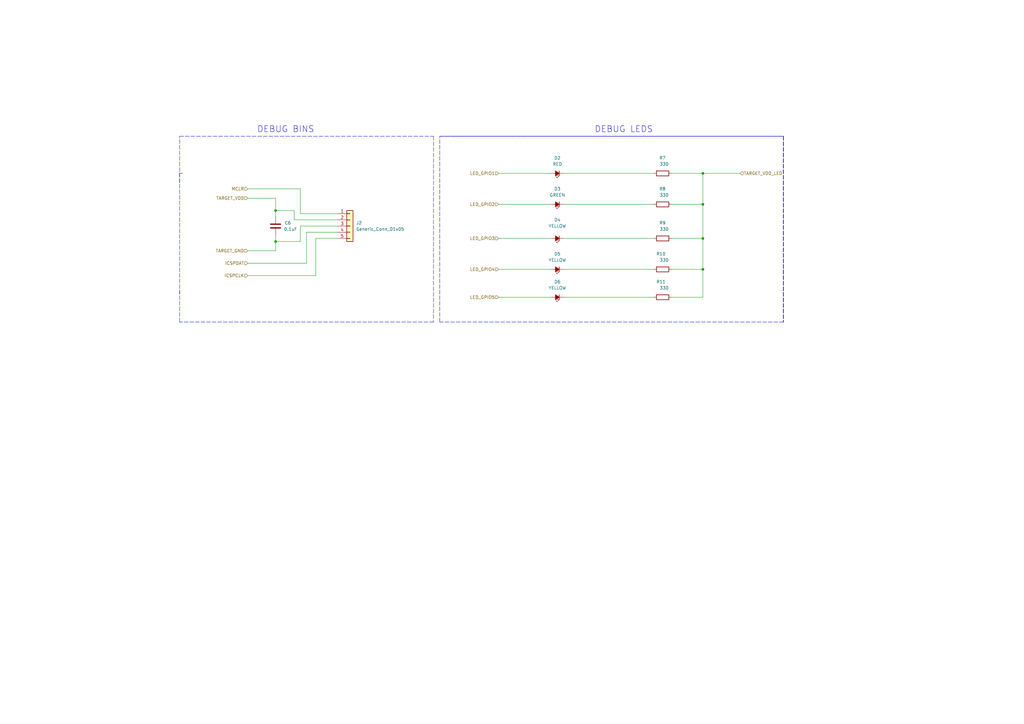
<source format=kicad_sch>
(kicad_sch (version 20211123) (generator eeschema)
  (paper "A3")
  (lib_symbols
    (symbol "Device:C" (pin_numbers hide) (pin_names (offset 0.254))
      (property "Reference" "C" (at 0.635 2.54 0))
      (property "Value" "C" (at 0.635 -2.54 0))
      (symbol "C_0_1"
        (polyline (pts (xy -2.032 -0.762) (xy 2.032 -0.762)) (stroke (width 0.508)))
        (polyline (pts (xy -2.032 0.762) (xy 2.032 0.762)) (stroke (width 0.508)))
      )
      (symbol "C_1_1"
        (pin passive line (at 0 3.81 270) (length 2.794) (name "~") (number "1"))
        (pin passive line (at 0 -3.81 90) (length 2.794) (name "~") (number "2"))
      )
    )
    (symbol "Device:LED_Small_Filled" (pin_numbers hide) (pin_names (offset 0.254) hide)
      (property "Reference" "D" (at -1.27 3.175 0))
      (property "Value" "LED_Small_Filled" (at -4.445 -2.54 0))
      (symbol "LED_Small_Filled_0_1"
        (polyline (pts (xy -0.762 -1.016) (xy -0.762 1.016)) (stroke (width 0.254)))
        (polyline (pts (xy 1.016 0) (xy -0.762 0)))
        (polyline (pts (xy 0.762 -1.016) (xy -0.762 0) (xy 0.762 1.016) (xy 0.762 -1.016)) (stroke (width 0.254)) (fill (type outline)))
        (polyline (pts (xy 0 0.762) (xy -0.508 1.27) (xy -0.254 1.27) (xy -0.508 1.27) (xy -0.508 1.016)))
        (polyline (pts (xy 0.508 1.27) (xy 0 1.778) (xy 0.254 1.778) (xy 0 1.778) (xy 0 1.524)))
      )
      (symbol "LED_Small_Filled_1_1"
        (pin passive line (at -2.54 0 0) (length 1.778) (name "K") (number "1"))
        (pin passive line (at 2.54 0 180) (length 1.778) (name "A") (number "2"))
      )
    )
    (symbol "Device:R" (pin_numbers hide) (pin_names (offset 0))
      (property "Reference" "R" (at 2.032 0 90))
      (property "Value" "R" (at 0 0 90))
      (symbol "R_0_1"
        (rectangle (start -1.016 -2.54) (end 1.016 2.54) (stroke (width 0.254)))
      )
      (symbol "R_1_1"
        (pin passive line (at 0 3.81 270) (length 1.27) (name "~") (number "1"))
        (pin passive line (at 0 -3.81 90) (length 1.27) (name "~") (number "2"))
      )
    )
    (symbol "avionics_board-cache:Connector_Generic_Conn_01x05" (pin_names (offset 1.016) hide)
      (property "Reference" "J" (at 0 7.62 0))
      (property "Value" "Connector_Generic_Conn_01x05" (at 0 -7.62 0))
      (symbol "Connector_Generic_Conn_01x05_1_1"
        (rectangle (start -1.27 -4.953) (end 0 -5.207) (stroke (width 0.1524)))
        (rectangle (start -1.27 -2.413) (end 0 -2.667) (stroke (width 0.1524)))
        (rectangle (start -1.27 0.127) (end 0 -0.127) (stroke (width 0.1524)))
        (rectangle (start -1.27 2.667) (end 0 2.413) (stroke (width 0.1524)))
        (rectangle (start -1.27 5.207) (end 0 4.953) (stroke (width 0.1524)))
        (rectangle (start -1.27 6.35) (end 1.27 -6.35) (stroke (width 0.254)) (fill (type background)))
        (pin passive line (at -5.08 5.08 0) (length 3.81) (name "Pin_1") (number "1"))
        (pin passive line (at -5.08 2.54 0) (length 3.81) (name "Pin_2") (number "2"))
        (pin passive line (at -5.08 0 0) (length 3.81) (name "Pin_3") (number "3"))
        (pin passive line (at -5.08 -2.54 0) (length 3.81) (name "Pin_4") (number "4"))
        (pin passive line (at -5.08 -5.08 0) (length 3.81) (name "Pin_5") (number "5"))
      )
    )
  )
  (junction (at 288.29 83.82))
  (junction (at 288.29 71.12))
  (junction (at 288.29 97.79))
  (junction (at 288.29 110.49))
  (junction (at 113.03 86.36))
  (junction (at 113.03 99.06))
  (wire (pts (xy 113.03 99.06) (xy 113.03 96.52)))
  (wire (pts (xy 138.43 90.17) (xy 120.65 90.17)))
  (wire (pts (xy 101.6 113.03) (xy 129.54 113.03)))
  (polyline (pts (xy 73.66 132.08) (xy 73.66 119.38)))
  (wire (pts (xy 113.03 81.28) (xy 113.03 86.36)))
  (wire (pts (xy 113.03 102.87) (xy 113.03 99.06)))
  (wire (pts (xy 101.6 102.87) (xy 113.03 102.87)))
  (wire (pts (xy 288.29 97.79) (xy 288.29 110.49)))
  (wire (pts (xy 120.65 90.17) (xy 120.65 86.36)))
  (wire (pts (xy 288.29 83.82) (xy 288.29 71.12)))
  (wire (pts (xy 113.03 86.36) (xy 113.03 88.9)))
  (wire (pts (xy 231.14 71.12) (xy 267.97 71.12)))
  (polyline (pts (xy 181.61 55.88) (xy 321.31 55.88)))
  (wire (pts (xy 275.59 71.12) (xy 288.29 71.12)))
  (polyline (pts (xy 177.8 132.08) (xy 73.66 132.08)))
  (wire (pts (xy 275.59 110.49) (xy 288.29 110.49)))
  (wire (pts (xy 204.47 71.12) (xy 226.06 71.12)))
  (wire (pts (xy 204.47 97.79) (xy 226.06 97.79)))
  (wire (pts (xy 275.59 83.82) (xy 288.29 83.82)))
  (polyline (pts (xy 321.31 132.08) (xy 180.34 132.08)))
  (polyline (pts (xy 321.31 55.88) (xy 321.31 132.08)))
  (wire (pts (xy 288.29 71.12) (xy 303.53 71.12)))
  (wire (pts (xy 231.14 83.82) (xy 267.97 83.82)))
  (wire (pts (xy 125.73 95.25) (xy 138.43 95.25)))
  (wire (pts (xy 123.19 87.63) (xy 138.43 87.63)))
  (wire (pts (xy 123.19 92.71) (xy 123.19 99.06)))
  (wire (pts (xy 288.29 97.79) (xy 288.29 83.82)))
  (polyline (pts (xy 180.34 132.08) (xy 180.34 55.88)))
  (wire (pts (xy 231.14 110.49) (xy 267.97 110.49)))
  (wire (pts (xy 138.43 92.71) (xy 123.19 92.71)))
  (wire (pts (xy 129.54 113.03) (xy 129.54 97.79)))
  (wire (pts (xy 204.47 121.92) (xy 226.06 121.92)))
  (wire (pts (xy 120.65 86.36) (xy 113.03 86.36)))
  (wire (pts (xy 231.14 97.79) (xy 267.97 97.79)))
  (wire (pts (xy 204.47 83.82) (xy 226.06 83.82)))
  (polyline (pts (xy 180.34 55.88) (xy 321.31 55.88)))
  (wire (pts (xy 275.59 97.79) (xy 288.29 97.79)))
  (wire (pts (xy 288.29 110.49) (xy 288.29 121.92)))
  (wire (pts (xy 123.19 77.47) (xy 123.19 87.63)))
  (polyline (pts (xy 321.31 55.88) (xy 321.31 132.08)))
  (polyline (pts (xy 73.66 71.12) (xy 74.93 71.12)))
  (wire (pts (xy 101.6 107.95) (xy 125.73 107.95)))
  (wire (pts (xy 101.6 77.47) (xy 123.19 77.47)))
  (polyline (pts (xy 73.66 120.65) (xy 73.66 71.12)))
  (polyline (pts (xy 73.66 74.93) (xy 73.66 55.88)))
  (wire (pts (xy 231.14 121.92) (xy 267.97 121.92)))
  (wire (pts (xy 123.19 99.06) (xy 113.03 99.06)))
  (wire (pts (xy 204.47 110.49) (xy 226.06 110.49)))
  (wire (pts (xy 101.6 81.28) (xy 113.03 81.28)))
  (wire (pts (xy 125.73 107.95) (xy 125.73 95.25)))
  (polyline (pts (xy 177.8 55.88) (xy 177.8 132.08)))
  (wire (pts (xy 129.54 97.79) (xy 138.43 97.79)))
  (polyline (pts (xy 73.66 55.88) (xy 177.8 55.88)))
  (polyline (pts (xy 186.69 55.88) (xy 321.31 55.88)))
  (polyline (pts (xy 321.31 55.88) (xy 321.31 132.08)))
  (wire (pts (xy 275.59 121.92) (xy 288.29 121.92)))
  (polyline (pts (xy 180.34 55.88) (xy 186.69 55.88)))
  (text "DEBUG BINS" (at 105.41 54.61 0) (effects (font (size 2.54 2.54)) (justify left bottom)))
  (text "DEBUG LEDS" (at 243.84 54.61 0) (effects (font (size 2.54 2.54)) (justify left bottom)))
  (hierarchical_label "LED_GPIO4" (shape input) (at 204.47 110.49 180))
  (hierarchical_label "LED_GPIO3" (shape input) (at 204.47 97.79 180))
  (hierarchical_label "MCLR" (shape input) (at 101.6 77.47 180))
  (hierarchical_label "TARGET_VDD_LED" (shape input) (at 303.53 71.12 0))
  (hierarchical_label "ICSPCLK" (shape input) (at 101.6 113.03 180))
  (hierarchical_label "LED_GPIO1" (shape input) (at 204.47 71.12 180))
  (hierarchical_label "TARGET_VDD" (shape input) (at 101.6 81.28 180))
  (hierarchical_label "LED_GPIO2" (shape input) (at 204.47 83.82 180))
  (hierarchical_label "TARGET_GND" (shape input) (at 101.6 102.87 180))
  (hierarchical_label "LED_GPIO5" (shape input) (at 204.47 121.92 180))
  (hierarchical_label "ICSPDAT" (shape input) (at 101.6 107.95 180))
  (symbol (lib_id "Device:R") (at 271.78 71.12 90) (unit 1)
    (property "Reference" "R7" (at 273.05 64.77 90) (effects (justify left)))
    (property "Value" "330" (at 274.32 67.31 90) (effects (justify left)))
    (property "Footprint" "Resistor_SMD:R_0603_1608Metric_Pad0.98x0.95mm_HandSolder" (effects hide))
  )
  (symbol (lib_id "Device:LED_Small_Filled") (at 228.6 110.49 180) (unit 1)
    (property "Reference" "D5" (at 228.6 104.14 0))
    (property "Value" "YELLOW" (at 228.6 106.68 0))
    (property "Footprint" "LED_SMD:LED_0603_1608Metric_Pad1.05x0.95mm_HandSolder" (effects hide))
  )
  (symbol (lib_id "Device:R") (at 271.78 110.49 90) (unit 1)
    (property "Reference" "R10" (at 273.05 104.14 90) (effects (justify left)))
    (property "Value" "330" (at 274.32 106.68 90) (effects (justify left)))
    (property "Footprint" "Resistor_SMD:R_0603_1608Metric_Pad0.98x0.95mm_HandSolder" (effects hide))
  )
  (symbol (lib_id "Device:LED_Small_Filled") (at 228.6 97.79 180) (unit 1)
    (property "Reference" "D4" (at 228.6 90.17 0))
    (property "Value" "YELLOW" (at 228.6 92.71 0))
    (property "Footprint" "LED_SMD:LED_0603_1608Metric_Pad1.05x0.95mm_HandSolder" (effects hide))
  )
  (symbol (lib_id "Device:C") (at 113.03 92.71 180) (unit 1)
    (property "Reference" "C6" (at 119.38 91.44 0) (effects (justify left)))
    (property "Value" "0.1uF" (at 121.92 93.98 0) (effects (justify left)))
    (property "Footprint" "Capacitor_SMD:C_0603_1608Metric_Pad1.08x0.95mm_HandSolder" (effects hide))
    (property "Voltage" "25V" (effects hide))
    (property "Mfr. #" "CL10B104KA8NNNC" (effects hide))
    (property "Order" "https://www.digikey.com/product-detail/en/samsung-electro-mechanics/CL10B104KA8NNNC/1276-1006-1-ND/3889092" (effects hide))
  )
  (symbol (lib_id "Device:LED_Small_Filled") (at 228.6 71.12 180) (unit 1)
    (property "Reference" "D2" (at 228.6 64.77 0))
    (property "Value" "RED" (at 228.6 67.31 0))
    (property "Footprint" "LED_SMD:LED_0603_1608Metric_Pad1.05x0.95mm_HandSolder" (effects hide))
  )
  (symbol (lib_id "Device:R") (at 271.78 121.92 90) (unit 1)
    (property "Reference" "R11" (at 273.05 115.57 90) (effects (justify left)))
    (property "Value" "330" (at 274.32 118.11 90) (effects (justify left)))
    (property "Footprint" "Resistor_SMD:R_0603_1608Metric_Pad0.98x0.95mm_HandSolder" (effects hide))
  )
  (symbol (lib_id "Device:R") (at 271.78 97.79 90) (unit 1)
    (property "Reference" "R9" (at 273.05 91.44 90) (effects (justify left)))
    (property "Value" "330" (at 274.32 93.98 90) (effects (justify left)))
    (property "Footprint" "Resistor_SMD:R_0603_1608Metric_Pad0.98x0.95mm_HandSolder" (effects hide))
  )
  (symbol (lib_id "avionics_board-cache:Connector_Generic_Conn_01x05") (at 143.51 92.71 0) (unit 1)
    (property "Reference" "J2" (at 146.05 91.4399 0) (effects (justify left)))
    (property "Value" "Generic_Conn_01x05" (at 146.05 93.9799 0) (effects (justify left)))
    (property "Footprint" "Connector_PinHeader_2.54mm:PinHeader_1x05_P2.54mm_Vertical" (effects hide))
  )
  (symbol (lib_id "Device:LED_Small_Filled") (at 228.6 121.92 180) (unit 1)
    (property "Reference" "D6" (at 228.6 115.57 0))
    (property "Value" "YELLOW" (at 228.6 118.11 0))
    (property "Footprint" "LED_SMD:LED_0603_1608Metric_Pad1.05x0.95mm_HandSolder" (effects hide))
  )
  (symbol (lib_id "Device:LED_Small_Filled") (at 228.6 83.82 180) (unit 1)
    (property "Reference" "D3" (at 228.6 77.47 0))
    (property "Value" "GREEN" (at 228.6 80.01 0))
    (property "Footprint" "LED_SMD:LED_0603_1608Metric_Pad1.05x0.95mm_HandSolder" (effects hide))
  )
  (symbol (lib_id "Device:R") (at 271.78 83.82 90) (unit 1)
    (property "Reference" "R8" (at 273.05 77.47 90) (effects (justify left)))
    (property "Value" "330" (at 274.32 80.01 90) (effects (justify left)))
    (property "Footprint" "Resistor_SMD:R_0603_1608Metric_Pad0.98x0.95mm_HandSolder" (effects hide))
  )
)
</source>
